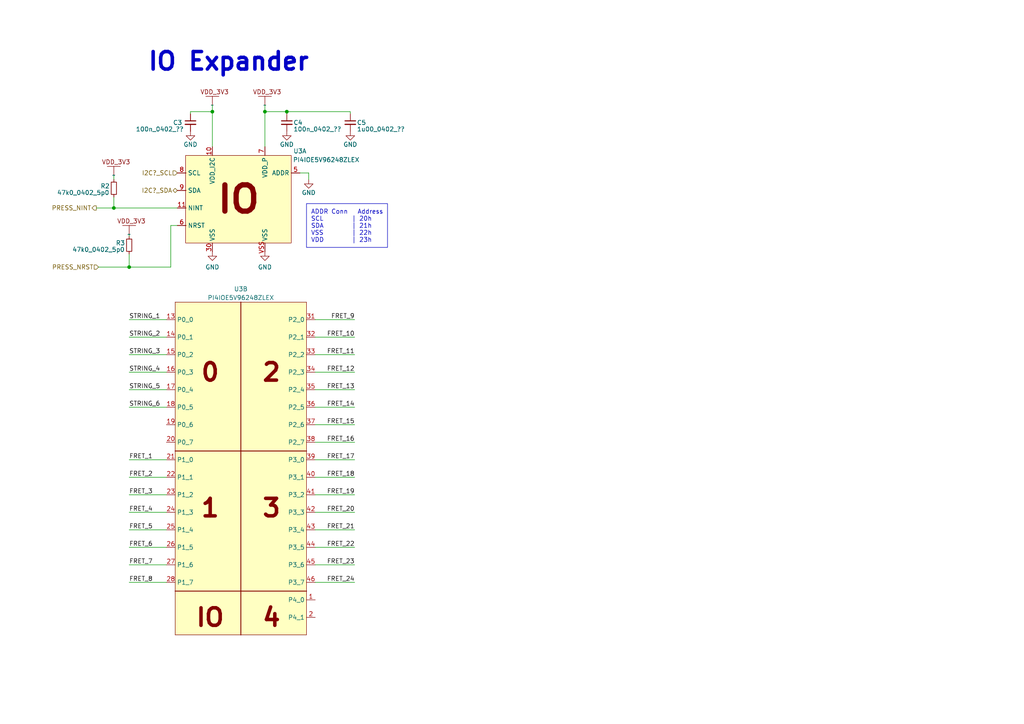
<source format=kicad_sch>
(kicad_sch (version 20230121) (generator eeschema)
  (paper "A4")
  (lib_symbols
    (symbol "Beacon_Lite_Library:PI4IOE5V96248ZLEX"
      (property "Reference" "U" (at 26.035 3.175 0))
      (property "Value" "PI4IOE5V96248ZLEX" (at 34.925 1.27 0))
      (symbol "PI4IOE5V96248ZLEX_1_1"
        (rectangle (start -0.127 0) (end 30.48 -25.4) (fill (type background)))
        (text "IO" (at 15.24 -12.7 0) (effects (font (size 7.62 7.62) bold)))
        (pin power_in line (at 7.62 2.54 270) (length 2.54) (name "VDD_I2C") (number "10"))
        (pin output line (at -2.54 -15.24 0) (length 2.54) (name "NINT") (number "11"))
        (pin no_connect line (at 36.83 -27.94 180) (length 1.27) hide (name "NC") (number "12"))
        (pin no_connect line (at 36.83 -31.75 180) (length 1.27) hide (name "NC") (number "29"))
        (pin no_connect line (at 36.83 -20.32 180) (length 1.27) hide (name "NC") (number "3"))
        (pin passive line (at 7.62 -27.94 90) (length 2.54) (name "VSS") (number "30"))
        (pin no_connect line (at 36.83 -24.13 180) (length 1.27) hide (name "NC") (number "4"))
        (pin input line (at 33.02 -5.08 180) (length 2.54) (name "ADDR") (number "5"))
        (pin input line (at -2.54 -20.32 0) (length 2.54) (name "NRST") (number "6"))
        (pin power_in line (at 22.86 2.54 270) (length 2.54) (name "VDD_P") (number "7"))
        (pin input line (at -2.54 -5.08 0) (length 2.54) (name "SCL") (number "8"))
        (pin bidirectional line (at -2.54 -10.16 0) (length 2.54) (name "SDA") (number "9"))
        (pin passive line (at 22.86 -27.94 90) (length 2.54) (name "VSS") (number "VSS"))
      )
      (symbol "PI4IOE5V96248ZLEX_2_1"
        (rectangle (start -0.127 0) (end 38.1 -96.52) (fill (type background)))
        (polyline (pts (xy 20.32 -83.82) (xy 20.32 0)) (stroke (width 0.254)))
        (polyline (pts (xy 38.1 -83.82) (xy 0 -83.82)) (stroke (width 0.254)))
        (polyline (pts (xy 38.1 -43.18) (xy 0 -43.18)) (stroke (width 0.254)))
        (text "0" (at 11.43 -20.32 0) (effects (font (size 5.08 5.08) bold)))
        (text "1" (at 11.43 -59.69 0) (effects (font (size 5.08 5.08) bold)))
        (text "2" (at 27.94 -20.32 0) (effects (font (size 5.08 5.08) bold)))
        (text "3" (at 27.94 -59.69 0) (effects (font (size 5.08 5.08) bold)))
        (text "4" (at 27.94 -91.44 0) (effects (font (size 5.08 5.08) bold)))
        (text "IO" (at 11.43 -91.44 0) (effects (font (size 5.08 5.08) bold)))
        (pin unspecified line (at 40.64 -86.36 180) (length 2.54) (name "P4_0") (number "1"))
        (pin unspecified line (at -2.54 -5.08 0) (length 2.54) (name "P0_0") (number "13"))
        (pin unspecified line (at -2.54 -10.16 0) (length 2.54) (name "P0_1") (number "14"))
        (pin unspecified line (at -2.54 -15.24 0) (length 2.54) (name "P0_2") (number "15"))
        (pin unspecified line (at -2.54 -20.32 0) (length 2.54) (name "P0_3") (number "16"))
        (pin unspecified line (at -2.54 -25.4 0) (length 2.54) (name "P0_4") (number "17"))
        (pin unspecified line (at -2.54 -30.48 0) (length 2.54) (name "P0_5") (number "18"))
        (pin unspecified line (at -2.54 -35.56 0) (length 2.54) (name "P0_6") (number "19"))
        (pin unspecified line (at 40.64 -91.44 180) (length 2.54) (name "P4_1") (number "2"))
        (pin unspecified line (at -2.54 -40.64 0) (length 2.54) (name "P0_7") (number "20"))
        (pin unspecified line (at -2.54 -45.72 0) (length 2.54) (name "P1_0") (number "21"))
        (pin unspecified line (at -2.54 -50.8 0) (length 2.54) (name "P1_1") (number "22"))
        (pin unspecified line (at -2.54 -55.88 0) (length 2.54) (name "P1_2") (number "23"))
        (pin unspecified line (at -2.54 -60.96 0) (length 2.54) (name "P1_3") (number "24"))
        (pin unspecified line (at -2.54 -66.04 0) (length 2.54) (name "P1_4") (number "25"))
        (pin unspecified line (at -2.54 -71.12 0) (length 2.54) (name "P1_5") (number "26"))
        (pin unspecified line (at -2.54 -76.2 0) (length 2.54) (name "P1_6") (number "27"))
        (pin unspecified line (at -2.54 -81.28 0) (length 2.54) (name "P1_7") (number "28"))
        (pin unspecified line (at 40.7337 -4.9243 180) (length 2.54) (name "P2_0") (number "31"))
        (pin unspecified line (at 40.7337 -10.0043 180) (length 2.54) (name "P2_1") (number "32"))
        (pin unspecified line (at 40.7337 -15.0843 180) (length 2.54) (name "P2_2") (number "33"))
        (pin unspecified line (at 40.7337 -20.1643 180) (length 2.54) (name "P2_3") (number "34"))
        (pin unspecified line (at 40.7337 -25.2443 180) (length 2.54) (name "P2_4") (number "35"))
        (pin unspecified line (at 40.7337 -30.3243 180) (length 2.54) (name "P2_5") (number "36"))
        (pin unspecified line (at 40.7337 -35.4043 180) (length 2.54) (name "P2_6") (number "37"))
        (pin unspecified line (at 40.64 -40.64 180) (length 2.54) (name "P2_7") (number "38"))
        (pin unspecified line (at 40.64 -45.72 180) (length 2.54) (name "P3_0") (number "39"))
        (pin unspecified line (at 40.64 -50.8 180) (length 2.54) (name "P3_1") (number "40"))
        (pin unspecified line (at 40.64 -55.88 180) (length 2.54) (name "P3_2") (number "41"))
        (pin unspecified line (at 40.64 -60.96 180) (length 2.54) (name "P3_3") (number "42"))
        (pin unspecified line (at 40.64 -66.04 180) (length 2.54) (name "P3_4") (number "43"))
        (pin unspecified line (at 40.64 -71.12 180) (length 2.54) (name "P3_5") (number "44"))
        (pin unspecified line (at 40.64 -76.2 180) (length 2.54) (name "P3_6") (number "45"))
        (pin unspecified line (at 40.64 -81.28 180) (length 2.54) (name "P3_7") (number "46"))
      )
    )
    (symbol "Beacon_Lite_Library:VDD_3V3"
      (symbol "VDD_3V3_0_0"
        (text "VDD_3V3" (at 0.635 3.81 0) (effects (font (size 1.27 1.27))))
      )
      (symbol "VDD_3V3_0_1"
        (polyline (pts (xy 0 2.54) (xy 0 0)))
        (polyline (pts (xy 1.905 2.54) (xy -1.905 2.54)))
      )
      (symbol "VDD_3V3_1_1"
        (pin power_in line (at 0 0 90) (length 2.54) hide (name "VDD_3V3") (number ""))
      )
    )
    (symbol "Device:C_Small" (pin_numbers hide) (pin_names (offset 0.254) hide)
      (property "Reference" "C" (at 0.254 1.778 0))
      (property "Value" "C_Small" (at 0.254 -2.032 0))
      (symbol "C_Small_0_1"
        (polyline (pts (xy -1.524 -0.508) (xy 1.524 -0.508)) (stroke (width 0.3302)))
        (polyline (pts (xy -1.524 0.508) (xy 1.524 0.508)) (stroke (width 0.3048)))
      )
      (symbol "C_Small_1_1"
        (pin passive line (at 0 2.54 270) (length 2.032) (name "~") (number "1"))
        (pin passive line (at 0 -2.54 90) (length 2.032) (name "~") (number "2"))
      )
    )
    (symbol "Device:R_Small" (pin_numbers hide) (pin_names (offset 0.254) hide)
      (property "Reference" "R" (at 0.762 0.508 0))
      (property "Value" "R_Small" (at 0.762 -1.016 0))
      (symbol "R_Small_0_1"
        (rectangle (start -0.762 1.778) (end 0.762 -1.778) (stroke (width 0.2032)))
      )
      (symbol "R_Small_1_1"
        (pin passive line (at 0 2.54 270) (length 0.762) (name "~") (number "1"))
        (pin passive line (at 0 -2.54 90) (length 0.762) (name "~") (number "2"))
      )
    )
    (symbol "PI4IOE5V96248ZLEX_1"
      (property "Reference" "U" (at 26.035 3.175 0))
      (property "Value" "PI4IOE5V96248ZLEX" (at 34.925 1.27 0))
      (symbol "PI4IOE5V96248ZLEX_1_1_1"
        (rectangle (start 0 0) (end 30.48 -25.4) (fill (type background)))
        (text "IO" (at 15.24 -12.7 0) (effects (font (size 7.62 7.62) bold)))
        (pin power_in line (at 7.62 2.54 270) (length 2.54) (name "VDD_I2C") (number "10"))
        (pin output line (at -2.54 -15.24 0) (length 2.54) (name "NINT") (number "11"))
        (pin no_connect line (at 36.83 -27.94 180) (length 1.27) hide (name "NC") (number "12"))
        (pin no_connect line (at 36.83 -31.75 180) (length 1.27) hide (name "NC") (number "29"))
        (pin no_connect line (at 36.83 -20.32 180) (length 1.27) hide (name "NC") (number "3"))
        (pin passive line (at 7.62 -27.94 90) (length 2.54) (name "VSS") (number "30"))
        (pin no_connect line (at 36.83 -24.13 180) (length 1.27) hide (name "NC") (number "4"))
        (pin input line (at 33.02 -5.08 180) (length 2.54) (name "ADDR") (number "5"))
        (pin input line (at -2.54 -20.32 0) (length 2.54) (name "NRST") (number "6"))
        (pin power_in line (at 22.86 2.54 270) (length 2.54) (name "VDD_P") (number "7"))
        (pin input line (at -2.54 -5.08 0) (length 2.54) (name "SCL") (number "8"))
        (pin bidirectional line (at -2.54 -10.16 0) (length 2.54) (name "SDA") (number "9"))
        (pin passive line (at 22.86 -27.94 90) (length 2.54) (name "VSS") (number "VSS"))
      )
      (symbol "PI4IOE5V96248ZLEX_1_2_1"
        (polyline (pts (xy 19.05 -96.52) (xy 19.05 0)) (stroke (width 0.254)))
        (polyline (pts (xy 38.1 -83.82) (xy 0 -83.82)) (stroke (width 0.254)))
        (polyline (pts (xy 38.1 -43.18) (xy 0 -43.18)) (stroke (width 0.254)))
        (rectangle (start 0 0) (end 38.1 -96.52) (fill (type background)))
        (text "0" (at 10.16 -20.32 0) (effects (font (size 5.08 5.08) bold)))
        (text "1" (at 10.16 -59.69 0) (effects (font (size 5.08 5.08) bold)))
        (text "2" (at 27.94 -20.32 0) (effects (font (size 5.08 5.08) bold)))
        (text "3" (at 27.94 -59.69 0) (effects (font (size 5.08 5.08) bold)))
        (text "4" (at 27.94 -91.44 0) (effects (font (size 5.08 5.08) bold)))
        (text "IO" (at 10.16 -91.44 0) (effects (font (size 5.08 5.08) bold)))
        (pin unspecified line (at 40.64 -86.36 180) (length 2.54) (name "P4_0") (number "1"))
        (pin unspecified line (at -2.54 -5.08 0) (length 2.54) (name "P0_0") (number "13"))
        (pin unspecified line (at -2.54 -10.16 0) (length 2.54) (name "P0_1") (number "14"))
        (pin unspecified line (at -2.54 -15.24 0) (length 2.54) (name "P0_2") (number "15"))
        (pin unspecified line (at -2.54 -20.32 0) (length 2.54) (name "P0_3") (number "16"))
        (pin unspecified line (at -2.54 -25.4 0) (length 2.54) (name "P0_4") (number "17"))
        (pin unspecified line (at -2.54 -30.48 0) (length 2.54) (name "P0_5") (number "18"))
        (pin unspecified line (at -2.54 -35.56 0) (length 2.54) (name "P0_6") (number "19"))
        (pin unspecified line (at 40.64 -91.44 180) (length 2.54) (name "P4_1") (number "2"))
        (pin unspecified line (at -2.54 -40.64 0) (length 2.54) (name "P0_7") (number "20"))
        (pin unspecified line (at -2.54 -45.72 0) (length 2.54) (name "P1_0") (number "21"))
        (pin unspecified line (at -2.54 -50.8 0) (length 2.54) (name "P1_1") (number "22"))
        (pin unspecified line (at -2.54 -55.88 0) (length 2.54) (name "P1_2") (number "23"))
        (pin unspecified line (at -2.54 -60.96 0) (length 2.54) (name "P1_3") (number "24"))
        (pin unspecified line (at -2.54 -66.04 0) (length 2.54) (name "P1_4") (number "25"))
        (pin unspecified line (at -2.54 -71.12 0) (length 2.54) (name "P1_5") (number "26"))
        (pin unspecified line (at -2.54 -76.2 0) (length 2.54) (name "P1_6") (number "27"))
        (pin unspecified line (at -2.54 -81.28 0) (length 2.54) (name "P1_7") (number "28"))
        (pin unspecified line (at 40.64 -5.08 180) (length 2.54) (name "P2_0") (number "31"))
        (pin unspecified line (at 40.64 -10.16 180) (length 2.54) (name "P2_1") (number "32"))
        (pin unspecified line (at 40.64 -15.24 180) (length 2.54) (name "P2_2") (number "33"))
        (pin unspecified line (at 40.64 -20.32 180) (length 2.54) (name "P2_3") (number "34"))
        (pin unspecified line (at 40.64 -25.4 180) (length 2.54) (name "P2_4") (number "35"))
        (pin unspecified line (at 40.64 -30.48 180) (length 2.54) (name "P2_5") (number "36"))
        (pin unspecified line (at 40.64 -35.56 180) (length 2.54) (name "P2_6") (number "37"))
        (pin unspecified line (at 40.64 -40.64 180) (length 2.54) (name "P2_7") (number "38"))
        (pin unspecified line (at 40.64 -45.72 180) (length 2.54) (name "P3_0") (number "39"))
        (pin unspecified line (at 40.64 -50.8 180) (length 2.54) (name "P3_1") (number "40"))
        (pin unspecified line (at 40.64 -55.88 180) (length 2.54) (name "P3_2") (number "41"))
        (pin unspecified line (at 40.64 -60.96 180) (length 2.54) (name "P3_3") (number "42"))
        (pin unspecified line (at 40.64 -66.04 180) (length 2.54) (name "P3_4") (number "43"))
        (pin unspecified line (at 40.64 -71.12 180) (length 2.54) (name "P3_5") (number "44"))
        (pin unspecified line (at 40.64 -76.2 180) (length 2.54) (name "P3_6") (number "45"))
        (pin unspecified line (at 40.64 -81.28 180) (length 2.54) (name "P3_7") (number "46"))
      )
    )
    (symbol "power:GND" (power) (pin_names (offset 0))
      (property "Value" "GND" (at 0 -3.81 0))
      (symbol "GND_0_1"
        (polyline (pts (xy 0 0) (xy 0 -1.27) (xy 1.27 -1.27) (xy 0 -2.54) (xy -1.27 -1.27) (xy 0 -1.27)))
      )
      (symbol "GND_1_1"
        (pin power_in line (at 0 0 270) (length 0) hide (name "GND") (number "1"))
      )
    )
  )
  (junction (at 33.02 60.325))
  (junction (at 61.595 32.385))
  (junction (at 83.185 32.385))
  (junction (at 76.835 32.385))
  (junction (at 37.465 77.47))
  (wire (pts (xy 37.465 158.75) (xy 48.26 158.75)))
  (wire (pts (xy 37.465 163.83) (xy 48.26 163.83)))
  (wire (pts (xy 91.44 138.43) (xy 102.87 138.43)))
  (wire (pts (xy 91.44 148.59) (xy 102.87 148.59)))
  (wire (pts (xy 49.53 77.47) (xy 49.53 65.405)))
  (wire (pts (xy 37.465 97.79) (xy 48.26 97.79)))
  (wire (pts (xy 101.6 33.02) (xy 101.6 32.385)))
  (wire (pts (xy 91.44 133.35) (xy 102.87 133.35)))
  (wire (pts (xy 37.465 138.43) (xy 48.26 138.43)))
  (wire (pts (xy 89.535 52.07) (xy 89.535 50.165)))
  (wire (pts (xy 91.44 113.03) (xy 102.87 113.03)))
  (wire (pts (xy 27.94 60.325) (xy 33.02 60.325)))
  (wire (pts (xy 49.53 65.405) (xy 51.435 65.405)))
  (wire (pts (xy 91.44 123.19) (xy 102.87 123.19)))
  (wire (pts (xy 33.02 60.325) (xy 51.435 60.325)))
  (wire (pts (xy 91.44 118.11) (xy 102.87 118.11)))
  (wire (pts (xy 37.465 148.59) (xy 48.26 148.59)))
  (wire (pts (xy 91.44 128.27) (xy 102.87 128.27)))
  (wire (pts (xy 37.465 143.51) (xy 48.26 143.51)))
  (wire (pts (xy 37.465 102.87) (xy 48.26 102.87)))
  (wire (pts (xy 61.595 32.385) (xy 61.595 42.545)))
  (wire (pts (xy 91.44 158.75) (xy 102.87 158.75)))
  (wire (pts (xy 37.465 77.47) (xy 49.53 77.47)))
  (wire (pts (xy 37.465 107.95) (xy 48.26 107.95)))
  (wire (pts (xy 91.44 143.51) (xy 102.87 143.51)))
  (wire (pts (xy 55.245 33.02) (xy 55.245 32.385)))
  (wire (pts (xy 91.44 92.71) (xy 102.87 92.71)))
  (wire (pts (xy 33.02 50.8) (xy 33.02 52.07)))
  (wire (pts (xy 83.185 32.385) (xy 101.6 32.385)))
  (wire (pts (xy 37.465 67.945) (xy 37.465 68.58)))
  (wire (pts (xy 91.44 107.95) (xy 102.87 107.95)))
  (wire (pts (xy 89.535 50.165) (xy 86.995 50.165)))
  (wire (pts (xy 33.02 57.15) (xy 33.02 60.325)))
  (wire (pts (xy 91.44 97.79) (xy 102.87 97.79)))
  (wire (pts (xy 76.835 32.385) (xy 83.185 32.385)))
  (wire (pts (xy 37.465 133.35) (xy 48.26 133.35)))
  (wire (pts (xy 55.245 32.385) (xy 61.595 32.385)))
  (wire (pts (xy 76.835 30.48) (xy 76.835 32.385)))
  (wire (pts (xy 37.465 153.67) (xy 48.26 153.67)))
  (wire (pts (xy 91.44 168.91) (xy 102.87 168.91)))
  (wire (pts (xy 61.595 30.48) (xy 61.595 32.385)))
  (wire (pts (xy 37.465 92.71) (xy 48.26 92.71)))
  (wire (pts (xy 91.44 102.87) (xy 102.87 102.87)))
  (wire (pts (xy 37.465 118.11) (xy 48.26 118.11)))
  (wire (pts (xy 76.835 32.385) (xy 76.835 42.545)))
  (wire (pts (xy 91.44 153.67) (xy 102.87 153.67)))
  (wire (pts (xy 37.465 113.03) (xy 48.26 113.03)))
  (wire (pts (xy 91.44 163.83) (xy 102.87 163.83)))
  (wire (pts (xy 83.185 32.385) (xy 83.185 33.02)))
  (wire (pts (xy 37.465 168.91) (xy 48.26 168.91)))
  (wire (pts (xy 37.465 73.66) (xy 37.465 77.47)))
  (wire (pts (xy 28.575 77.47) (xy 37.465 77.47)))
  (rectangle (start 88.9 59.055) (end 112.395 71.755))
  (text "ADDR Conn   Address\nSCL 	  | 20h\nSDA		  | 21h\nVSS 	  | 22h\nVDD 	  | 23h" (at 90.17 70.485 0) (effects (font (size 1.27 1.27)) (justify left bottom)))
  (text "IO Expander" (at 42.545 20.955 0) (effects (font (size 5.08 5.08) (thickness 1.016) bold) (justify left bottom)))
  (label "STRING_3" (at 37.465 102.87 0))
  (label "FRET_16" (at 102.87 128.27 180))
  (label "FRET_2" (at 37.465 138.43 0))
  (label "FRET_23" (at 102.87 163.83 180))
  (label "FRET_13" (at 102.87 113.03 180))
  (label "FRET_10" (at 102.87 97.79 180))
  (label "FRET_6" (at 37.465 158.75 0))
  (label "FRET_22" (at 102.87 158.75 180))
  (label "FRET_21" (at 102.87 153.67 180))
  (label "FRET_20" (at 102.87 148.59 180))
  (label "FRET_4" (at 37.465 148.59 0))
  (label "FRET_7" (at 37.465 163.83 0))
  (label "FRET_5" (at 37.465 153.67 0))
  (label "FRET_17" (at 102.87 133.35 180))
  (label "FRET_19" (at 102.87 143.51 180))
  (label "STRING_5" (at 37.465 113.03 0))
  (label "FRET_15" (at 102.87 123.19 180))
  (label "STRING_6" (at 37.465 118.11 0))
  (label "FRET_18" (at 102.87 138.43 180))
  (label "STRING_2" (at 37.465 97.79 0))
  (label "STRING_4" (at 37.465 107.95 0))
  (label "FRET_1" (at 37.465 133.35 0))
  (label "FRET_24" (at 102.87 168.91 180))
  (label "FRET_9" (at 102.87 92.71 180))
  (label "FRET_12" (at 102.87 107.95 180))
  (label "FRET_11" (at 102.87 102.87 180))
  (label "FRET_8" (at 37.465 168.91 0))
  (label "FRET_14" (at 102.87 118.11 180))
  (label "STRING_1" (at 37.465 92.71 0))
  (label "FRET_3" (at 37.465 143.51 0))
  (hierarchical_label "PRESS_NRST" (shape input) (at 28.575 77.47 180) (property "Intersheetrefs" "${INTERSHEET_REFS}" (effects hide)))
  (hierarchical_label "I2C?_SDA" (shape bidirectional) (at 51.435 55.245 180) (property "Intersheetrefs" "${INTERSHEET_REFS}" (effects hide)))
  (hierarchical_label "PRESS_NINT" (shape output) (at 27.94 60.325 180) (property "Intersheetrefs" "${INTERSHEET_REFS}" (effects hide)))
  (hierarchical_label "I2C?_SCL" (shape input) (at 51.435 50.165 180) (property "Intersheetrefs" "${INTERSHEET_REFS}" (effects hide)))
  (symbol (lib_id "power:GND") (at 83.185 38.1 0) (unit 1)
    (property "Reference" "#PWR07" (effects hide))
    (property "Value" "GND" (at 83.185 41.91 0))
  )
  (symbol (lib_id "power:GND") (at 89.535 52.07 0) (unit 1)
    (property "Reference" "#PWR08" (effects hide))
    (property "Value" "GND" (at 89.535 55.88 0))
  )
  (symbol (lib_id "Beacon_Lite_Library:VDD_3V3") (at 61.595 30.48 0) (unit 1)
    (property "Reference" "#PWR12" (effects hide))
    (property "Value" "~" (at 61.595 30.48 0))
  )
  (symbol (lib_id "power:GND") (at 101.6 38.1 0) (unit 1)
    (property "Reference" "#PWR010" (effects hide))
    (property "Value" "GND" (at 101.6 41.91 0))
  )
  (symbol (lib_id "Device:R_Small") (at 37.465 71.12 180) (unit 1)
    (property "Reference" "R3" (at 34.925 70.485 0))
    (property "Value" "47k0_0402_5p0" (at 28.575 72.39 0))
    (property "Footprint" "Footprint_Library:0603_1608Metric_Handsolder" (effects hide))
    (instances (project "Beacon_Lite" (path "" (reference "R3") (unit 1))) (project "Beacon" (path "" (reference "R2204") (unit 1))) (project "Beacon_Multiboard" (path "" (reference "R504") (unit 1))))
  )
  (symbol (lib_id "Beacon_Lite_Library:VDD_3V3") (at 76.835 30.48 0) (unit 1)
    (property "Reference" "#PWR6" (effects hide))
    (property "Value" "~" (at 76.835 30.48 0))
  )
  (symbol (lib_id "power:GND") (at 61.595 73.025 0) (unit 1)
    (property "Reference" "#PWR04" (effects hide))
    (property "Value" "GND" (at 61.595 77.47 0))
  )
  (symbol (lib_id "power:GND") (at 76.835 73.025 0) (unit 1)
    (property "Reference" "#PWR05" (effects hide))
    (property "Value" "GND" (at 76.835 77.47 0))
  )
  (symbol (lib_id "Device:R_Small") (at 33.02 54.61 180) (unit 1)
    (property "Reference" "R2" (at 30.48 53.975 0))
    (property "Value" "47k0_0402_5p0" (at 24.13 55.88 0))
    (property "Footprint" "Footprint_Library:0603_1608Metric_Handsolder" (effects hide))
    (instances (project "Beacon_Lite" (path "" (reference "R2") (unit 1))) (project "Beacon" (path "" (reference "R2204") (unit 1))) (project "Beacon_Multiboard" (path "" (reference "R504") (unit 1))))
  )
  (symbol (lib_id "Device:C_Small") (at 101.6 35.56 0) (unit 1)
    (property "Reference" "C5" (at 103.505 35.56 0) (effects (justify left)))
    (property "Value" "1u00_0402_??" (at 103.505 37.465 0) (effects (justify left)))
  )
  (symbol (lib_id "Device:C_Small") (at 55.245 35.56 0) (unit 1)
    (property "Reference" "C3" (at 50.165 35.56 0) (effects (justify left)))
    (property "Value" "100n_0402_??" (at 39.37 37.465 0) (effects (justify left)))
  )
  (symbol (lib_id "Beacon_Lite_Library:VDD_3V3") (at 37.465 67.945 0) (unit 1)
    (property "Reference" "#PWR13" (effects hide))
    (property "Value" "~" (at 37.465 67.945 0))
  )
  (symbol (lib_name "PI4IOE5V96248ZLEX_1") (lib_id "Beacon_Lite_Library:PI4IOE5V96248ZLEX") (at 50.8 87.63 0) (unit 2)
    (property "Reference" "U3" (at 69.85 83.82 0))
    (property "Value" "PI4IOE5V96248ZLEX" (at 69.85 86.36 0))
    (property "Datasheet" "https://www.mouser.com/ProductDetail/Diodes-Incorporated/PI4IOE5V6534Q2ZLWEX?qs=HBWAp0VN4Ri1r7EUXWuRBg%3D%3D" (effects hide))
  )
  (symbol (lib_id "power:GND") (at 55.245 38.1 0) (unit 1)
    (property "Reference" "#PWR09" (effects hide))
    (property "Value" "GND" (at 55.245 41.91 0))
  )
  (symbol (lib_id "Beacon_Lite_Library:VDD_3V3") (at 33.02 50.8 0) (unit 1)
    (property "Reference" "#PWR11" (effects hide))
    (property "Value" "~" (at 33.02 50.8 0))
  )
  (symbol (lib_id "Beacon_Lite_Library:PI4IOE5V96248ZLEX") (at 53.975 45.085 0) (unit 1)
    (property "Reference" "U3" (at 86.995 43.815 0))
    (property "Value" "PI4IOE5V96248ZLEX" (at 94.615 46.355 0))
    (property "Datasheet" "https://www.mouser.com/ProductDetail/Diodes-Incorporated/PI4IOE5V6534Q2ZLWEX?qs=HBWAp0VN4Ri1r7EUXWuRBg%3D%3D" (effects hide))
  )
  (symbol (lib_id "Device:C_Small") (at 83.185 35.56 0) (unit 1)
    (property "Reference" "C4" (at 85.09 35.56 0) (effects (justify left)))
    (property "Value" "100n_0402_??" (at 85.09 37.465 0) (effects (justify left)))
  )
)
</source>
